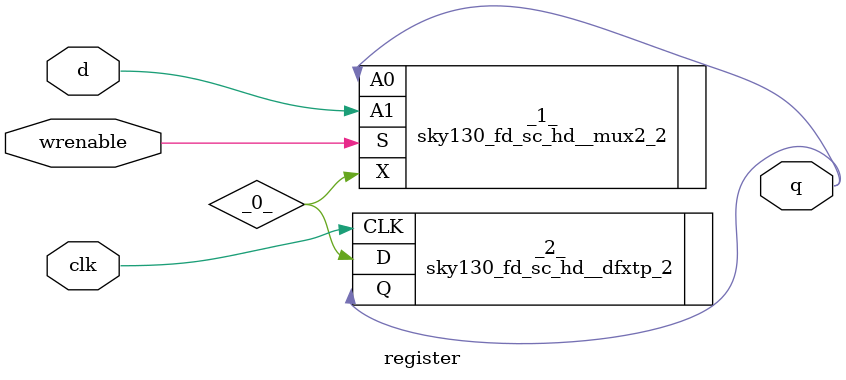
<source format=v>
/* Generated by Yosys 0.9+3621 (git sha1 84e9fa7, gcc 8.3.1 -fPIC -Os) */

module register(q, d, wrenable, clk);
  wire _0_;
  input clk;
  input d;
  output q;
  input wrenable;
  sky130_fd_sc_hd__mux2_2 _1_ (
    .A0(q),
    .A1(d),
    .S(wrenable),
    .X(_0_)
  );
  sky130_fd_sc_hd__dfxtp_2 _2_ (
    .CLK(clk),
    .D(_0_),
    .Q(q)
  );
endmodule

</source>
